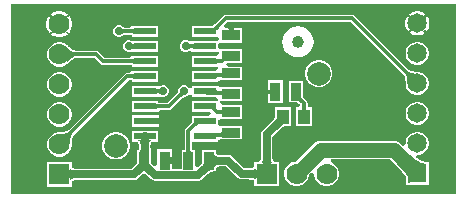
<source format=gtl>
G04*
G04 #@! TF.GenerationSoftware,Altium Limited,Altium Designer,24.9.1 (31)*
G04*
G04 Layer_Physical_Order=1*
G04 Layer_Color=255*
%FSLAX44Y44*%
%MOMM*%
G71*
G04*
G04 #@! TF.SameCoordinates,B5823E4F-61C2-4C15-8B31-12C9E9E13820*
G04*
G04*
G04 #@! TF.FilePolarity,Positive*
G04*
G01*
G75*
%ADD17R,1.1000X1.3000*%
%ADD18R,1.8796X0.6096*%
%ADD19R,1.5000X0.8500*%
%ADD20R,0.8500X1.5000*%
%ADD21C,0.5080*%
%ADD32C,0.4572*%
%ADD33C,0.3048*%
%ADD34C,0.6350*%
%ADD35C,1.2700*%
%ADD36R,1.6500X1.6500*%
%ADD37C,1.6500*%
%ADD38C,2.0000*%
%ADD39C,1.7780*%
%ADD40R,1.7780X1.7780*%
%ADD41R,1.7780X1.7780*%
%ADD42C,0.7000*%
G36*
X632410Y704009D02*
X256155D01*
X256156Y864690D01*
X632410D01*
Y704009D01*
D02*
G37*
%LPC*%
G36*
X601354Y858982D02*
X598646D01*
X596031Y858281D01*
X593687Y856928D01*
X593448Y856689D01*
X595084Y855053D01*
X593647Y853616D01*
X592011Y855252D01*
X591772Y855013D01*
X590419Y852669D01*
X589718Y850054D01*
Y847346D01*
X590419Y844731D01*
X591772Y842387D01*
X592011Y842148D01*
X593647Y843783D01*
X595084Y842347D01*
X593448Y840711D01*
X593687Y840472D01*
X596031Y839119D01*
X598646Y838418D01*
X601354D01*
X603969Y839119D01*
X606313Y840472D01*
X606552Y840711D01*
X604916Y842347D01*
X606353Y843783D01*
X607989Y842148D01*
X608228Y842387D01*
X609581Y844731D01*
X610282Y847346D01*
Y850054D01*
X609581Y852669D01*
X608228Y855013D01*
X607989Y855252D01*
X606353Y853616D01*
X604916Y855053D01*
X606552Y856689D01*
X606313Y856928D01*
X603969Y858281D01*
X601354Y858982D01*
D02*
G37*
G36*
X298438Y858772D02*
X295562D01*
X292784Y858028D01*
X290294Y856590D01*
X289995Y856292D01*
X291628Y854659D01*
X290191Y853222D01*
X288559Y854855D01*
X288260Y854556D01*
X286822Y852066D01*
X286078Y849288D01*
Y846412D01*
X286822Y843634D01*
X288260Y841144D01*
X288559Y840845D01*
X290191Y842478D01*
X291628Y841041D01*
X289995Y839409D01*
X290294Y839110D01*
X292784Y837672D01*
X295562Y836928D01*
X298438D01*
X301216Y837672D01*
X303706Y839110D01*
X304005Y839409D01*
X302372Y841041D01*
X303809Y842478D01*
X305441Y840845D01*
X305740Y841144D01*
X307178Y843634D01*
X307922Y846412D01*
Y849288D01*
X307178Y852066D01*
X305740Y854556D01*
X305441Y854855D01*
X303809Y853222D01*
X302372Y854659D01*
X304005Y856292D01*
X303706Y856590D01*
X301216Y858028D01*
X298438Y858772D01*
D02*
G37*
G36*
X348471Y847034D02*
X346473D01*
X344626Y846269D01*
X343213Y844856D01*
X342448Y843009D01*
Y841011D01*
X343213Y839164D01*
X344626Y837751D01*
X346473Y836986D01*
X348471D01*
X350318Y837751D01*
X350786Y838219D01*
X351058Y838317D01*
X351190Y838436D01*
X351270Y838495D01*
X351366Y838553D01*
X351482Y838608D01*
X351619Y838661D01*
X351783Y838708D01*
X351973Y838748D01*
X352191Y838779D01*
X352436Y838799D01*
X352750Y838807D01*
X352897Y838872D01*
X356994D01*
X357141Y838807D01*
X357669Y838793D01*
X358073Y838757D01*
X358388Y838705D01*
X358606Y838646D01*
X358667Y838622D01*
X358678Y838601D01*
Y837378D01*
X360233Y837283D01*
X360271Y837299D01*
X360405Y837292D01*
X360564Y837378D01*
X380522D01*
Y846522D01*
X361218D01*
X360568Y846522D01*
X360412Y846607D01*
X360273Y846600D01*
X360233Y846617D01*
X358678Y846522D01*
X356239Y845088D01*
X352927D01*
X352780Y845153D01*
X352467Y845161D01*
X352224Y845181D01*
X352009Y845212D01*
X351822Y845253D01*
X351662Y845300D01*
X351528Y845352D01*
X351417Y845407D01*
X351326Y845463D01*
X351249Y845522D01*
X351120Y845642D01*
X350839Y845748D01*
X350318Y846269D01*
X348471Y847034D01*
D02*
G37*
G36*
X357107Y834334D02*
X356350Y834334D01*
X355109D01*
X353262Y833569D01*
X351849Y832156D01*
X351084Y830309D01*
Y828311D01*
X351849Y826464D01*
X353262Y825051D01*
X355109Y824286D01*
X357107D01*
X358439Y824838D01*
X358678Y824678D01*
X360233Y824583D01*
X360271Y824599D01*
X360405Y824592D01*
X360564Y824678D01*
X380522D01*
Y833822D01*
X361218D01*
X360568Y833822D01*
X360412Y833907D01*
X360273Y833900D01*
X360233Y833917D01*
X358678Y833822D01*
X357961Y834056D01*
X357107Y834334D01*
D02*
G37*
G36*
X499000Y846194D02*
X495585Y845744D01*
X492403Y844426D01*
X489670Y842329D01*
X487574Y839597D01*
X486256Y836415D01*
X485806Y833000D01*
X486256Y829585D01*
X487574Y826403D01*
X489670Y823671D01*
X492403Y821574D01*
X495585Y820256D01*
X499000Y819806D01*
X502415Y820256D01*
X505597Y821574D01*
X508330Y823671D01*
X510426Y826403D01*
X511744Y829585D01*
X512194Y833000D01*
X511744Y836415D01*
X510426Y839597D01*
X508330Y842329D01*
X505597Y844426D01*
X502415Y845744D01*
X499000Y846194D01*
D02*
G37*
G36*
X601287Y833074D02*
X598713D01*
X596227Y832408D01*
X593999Y831121D01*
X592179Y829301D01*
X590892Y827073D01*
X590226Y824587D01*
Y822013D01*
X590892Y819527D01*
X592179Y817299D01*
X593999Y815479D01*
X596227Y814192D01*
X598713Y813526D01*
X601287D01*
X603773Y814192D01*
X606001Y815479D01*
X607821Y817299D01*
X609108Y819527D01*
X609774Y822013D01*
Y824587D01*
X609108Y827073D01*
X607821Y829301D01*
X606001Y831121D01*
X603773Y832408D01*
X601287Y833074D01*
D02*
G37*
G36*
X298371Y832864D02*
X295629D01*
X292980Y832154D01*
X290606Y830783D01*
X288667Y828844D01*
X287296Y826470D01*
X286586Y823821D01*
Y821079D01*
X287296Y818430D01*
X288667Y816056D01*
X290606Y814117D01*
X292980Y812746D01*
X295629Y812036D01*
X298371D01*
X301020Y812746D01*
X303394Y814117D01*
X304198Y814921D01*
X304484Y815030D01*
X306228Y816685D01*
X307001Y817327D01*
X307745Y817882D01*
X308442Y818339D01*
X309089Y818699D01*
X309680Y818965D01*
X310212Y819143D01*
X310681Y819242D01*
X311213Y819281D01*
X311335Y819342D01*
X327119D01*
X332109Y814352D01*
X333117Y813679D01*
X334306Y813442D01*
X356995D01*
X357142Y813377D01*
X357671Y813363D01*
X358078Y813328D01*
X358395Y813276D01*
X358616Y813218D01*
X358678Y813193D01*
Y811978D01*
X360233Y811883D01*
X360271Y811899D01*
X360409Y811892D01*
X360566Y811978D01*
X380522D01*
Y821122D01*
X361218D01*
X360565Y821122D01*
X360409Y821208D01*
X360272Y821201D01*
X360233Y821217D01*
X358678Y821122D01*
X356241Y819658D01*
X335593D01*
X330604Y824648D01*
X329595Y825321D01*
X328406Y825558D01*
X311335D01*
X311213Y825619D01*
X310681Y825658D01*
X310212Y825757D01*
X309680Y825935D01*
X309089Y826201D01*
X308442Y826561D01*
X307745Y827018D01*
X307017Y827561D01*
X305377Y828991D01*
X304506Y829848D01*
X304209Y829969D01*
X303394Y830783D01*
X301020Y832154D01*
X298371Y832864D01*
D02*
G37*
G36*
X360233Y808517D02*
X358678Y808422D01*
X356241Y806958D01*
X354600D01*
X353411Y806721D01*
X352402Y806047D01*
X304939Y758584D01*
X304809Y758541D01*
X304405Y758192D01*
X304004Y757930D01*
X303502Y757680D01*
X302895Y757450D01*
X302184Y757248D01*
X301368Y757078D01*
X300469Y756947D01*
X298298Y756798D01*
X297076Y756789D01*
X296781Y756664D01*
X295629D01*
X292980Y755954D01*
X290606Y754583D01*
X288667Y752644D01*
X287296Y750270D01*
X286586Y747621D01*
Y744879D01*
X287296Y742230D01*
X288667Y739856D01*
X290606Y737917D01*
X292980Y736546D01*
X295629Y735836D01*
X298371D01*
X301020Y736546D01*
X303394Y737917D01*
X305333Y739856D01*
X306704Y742230D01*
X307414Y744879D01*
Y746016D01*
X307539Y746295D01*
X307602Y748698D01*
X307694Y749700D01*
X307828Y750618D01*
X307998Y751434D01*
X308200Y752145D01*
X308430Y752752D01*
X308680Y753254D01*
X308942Y753655D01*
X309291Y754059D01*
X309334Y754189D01*
X355887Y800742D01*
X356995D01*
X357142Y800677D01*
X357671Y800663D01*
X358078Y800628D01*
X358395Y800576D01*
X358616Y800518D01*
X358678Y800493D01*
Y799278D01*
X360233Y799183D01*
X360271Y799199D01*
X360409Y799192D01*
X360566Y799278D01*
X380522D01*
Y808422D01*
X361218D01*
X360565Y808422D01*
X360409Y808508D01*
X360272Y808501D01*
X360233Y808517D01*
D02*
G37*
G36*
X385809Y796234D02*
X383811D01*
X382991Y795894D01*
X380522Y795722D01*
X378968Y795817D01*
X378927Y795800D01*
X378788Y795807D01*
X378632Y795722D01*
X358678D01*
Y786578D01*
X378636D01*
X378795Y786492D01*
X378929Y786499D01*
X378968Y786483D01*
X380522Y786578D01*
X383033Y786508D01*
X383811Y786186D01*
X385809D01*
X387656Y786951D01*
X389069Y788364D01*
X389834Y790211D01*
Y792209D01*
X389069Y794056D01*
X387656Y795469D01*
X385809Y796234D01*
D02*
G37*
G36*
X518153Y817720D02*
X515119D01*
X512188Y816935D01*
X509560Y815417D01*
X507415Y813272D01*
X505897Y810644D01*
X505112Y807713D01*
Y804679D01*
X505897Y801748D01*
X507415Y799120D01*
X509560Y796974D01*
X512188Y795457D01*
X515119Y794672D01*
X518153D01*
X521084Y795457D01*
X523712Y796974D01*
X525858Y799120D01*
X527375Y801748D01*
X528160Y804679D01*
Y807713D01*
X527375Y810644D01*
X525858Y813272D01*
X523712Y815417D01*
X521084Y816935D01*
X518153Y817720D01*
D02*
G37*
G36*
X545024Y855984D02*
X437676D01*
X436487Y855747D01*
X435479Y855073D01*
X428791Y848386D01*
X428645Y848332D01*
X427483Y847252D01*
X427034Y846894D01*
X426644Y846622D01*
X426469Y846522D01*
X425687D01*
X425457Y846617D01*
X425332Y846565D01*
X425200Y846597D01*
X425077Y846522D01*
X409478D01*
Y837378D01*
X430971D01*
X432215Y835600D01*
X430972Y833822D01*
X430774Y833822D01*
X411368D01*
X411212Y833907D01*
X411073Y833900D01*
X411032Y833917D01*
X409478Y833822D01*
X409060Y833678D01*
X406938Y833337D01*
X406706Y833569D01*
X404859Y834334D01*
X402861D01*
X401014Y833569D01*
X399601Y832156D01*
X398836Y830309D01*
Y828311D01*
X399601Y826464D01*
X401014Y825051D01*
X402861Y824286D01*
X404859D01*
X406706Y825051D01*
X406938Y825283D01*
X408317Y825102D01*
X409478Y824678D01*
X411032Y824583D01*
X411071Y824599D01*
X411205Y824592D01*
X411364Y824678D01*
X430936D01*
X431322Y824678D01*
X432233Y824284D01*
Y823288D01*
X429819Y821214D01*
X429767Y821217D01*
X429728Y821201D01*
X429591Y821208D01*
X429434Y821122D01*
X409478D01*
Y811978D01*
X429434D01*
X429591Y811892D01*
X429728Y811899D01*
X429767Y811883D01*
X431322Y811978D01*
X431494Y811903D01*
X431679Y810859D01*
X429767Y808517D01*
X429538Y808422D01*
X409478D01*
Y799278D01*
X431322D01*
Y799544D01*
X433476Y800476D01*
X435022Y800381D01*
X435063Y800397D01*
X435206Y800390D01*
X435364Y800476D01*
X451524D01*
Y812024D01*
X439565D01*
X438082Y814475D01*
X438087Y814564D01*
X439138Y815476D01*
X451524D01*
Y827024D01*
X433862D01*
X433476Y827024D01*
X431322Y827956D01*
Y829517D01*
X432260Y831669D01*
X432968Y832468D01*
X433357Y832468D01*
X452032Y832468D01*
Y845032D01*
X444296D01*
X444307Y844909D01*
X444383Y844447D01*
X444490Y844047D01*
X444579Y843829D01*
X445172D01*
X444996Y843638D01*
X444839Y843428D01*
X444822Y843401D01*
X444993Y843216D01*
X445221Y843062D01*
X445480Y842970D01*
X445770Y842939D01*
X444574D01*
X444478Y842687D01*
X444394Y842402D01*
X444329Y842099D01*
X444283Y841777D01*
X444255Y841437D01*
X444246Y841077D01*
X441198D01*
X441189Y841437D01*
X441161Y841777D01*
X441115Y842099D01*
X441050Y842402D01*
X440966Y842687D01*
X440870Y842939D01*
X439674D01*
X439964Y842970D01*
X440223Y843062D01*
X440451Y843216D01*
X440622Y843401D01*
X440605Y843428D01*
X440448Y843638D01*
X440272Y843829D01*
X440866D01*
X440954Y844047D01*
X441061Y844447D01*
X441137Y844909D01*
X441148Y845032D01*
X437546D01*
X436574Y847379D01*
X438963Y849768D01*
X543737D01*
X588400Y805105D01*
X588445Y804973D01*
X588777Y804591D01*
X589025Y804219D01*
X589260Y803760D01*
X589475Y803209D01*
X589666Y802566D01*
X589826Y801831D01*
X589949Y801024D01*
X590092Y799068D01*
X590101Y797968D01*
X590226Y797673D01*
Y796613D01*
X590892Y794127D01*
X592179Y791899D01*
X593999Y790079D01*
X596227Y788792D01*
X598713Y788126D01*
X601287D01*
X603773Y788792D01*
X606001Y790079D01*
X607821Y791899D01*
X609108Y794127D01*
X609774Y796613D01*
Y799187D01*
X609108Y801673D01*
X607821Y803901D01*
X606001Y805721D01*
X603773Y807008D01*
X601287Y807674D01*
X600242D01*
X599964Y807798D01*
X597793Y807860D01*
X596895Y807948D01*
X596069Y808074D01*
X595334Y808234D01*
X594691Y808425D01*
X594140Y808641D01*
X593681Y808875D01*
X593309Y809123D01*
X592927Y809455D01*
X592795Y809500D01*
X547221Y855073D01*
X546213Y855747D01*
X545024Y855984D01*
D02*
G37*
G36*
X486228Y800488D02*
X473664D01*
Y792530D01*
X473787Y792541D01*
X474249Y792617D01*
X474649Y792724D01*
X474987Y792861D01*
X475264Y793029D01*
X475480Y793227D01*
X475634Y793455D01*
X475726Y793714D01*
X475757Y794004D01*
Y787908D01*
X475726Y788198D01*
X475634Y788457D01*
X475480Y788685D01*
X475264Y788883D01*
X474987Y789051D01*
X474649Y789188D01*
X474249Y789295D01*
X473787Y789371D01*
X473664Y789382D01*
Y781424D01*
X486228D01*
Y800488D01*
D02*
G37*
G36*
X298371Y807464D02*
X295629D01*
X292980Y806754D01*
X290606Y805383D01*
X288667Y803444D01*
X287296Y801070D01*
X286586Y798421D01*
Y795679D01*
X287296Y793030D01*
X288667Y790656D01*
X290606Y788717D01*
X292980Y787346D01*
X295629Y786636D01*
X298371D01*
X301020Y787346D01*
X303394Y788717D01*
X305333Y790656D01*
X306704Y793030D01*
X307414Y795679D01*
Y798421D01*
X306704Y801070D01*
X305333Y803444D01*
X303394Y805383D01*
X301020Y806754D01*
X298371Y807464D01*
D02*
G37*
G36*
X403589Y796234D02*
X401591D01*
X399744Y795469D01*
X398331Y794056D01*
X397566Y792209D01*
Y791510D01*
X397442Y791242D01*
X397435Y791066D01*
X397421Y790968D01*
X397395Y790861D01*
X397354Y790742D01*
X397295Y790610D01*
X397214Y790462D01*
X397109Y790300D01*
X396978Y790125D01*
X396819Y789938D01*
X396603Y789711D01*
X396546Y789561D01*
X388543Y781558D01*
X382205D01*
X382058Y781623D01*
X381529Y781637D01*
X381123Y781672D01*
X380805Y781724D01*
X380584Y781782D01*
X380522Y781807D01*
Y783022D01*
X378968Y783117D01*
X378928Y783101D01*
X378791Y783108D01*
X378634Y783022D01*
X358678D01*
Y773878D01*
X377982D01*
X378634Y773878D01*
X378791Y773792D01*
X378928Y773799D01*
X378968Y773783D01*
X380522Y773878D01*
X382959Y775342D01*
X389830D01*
X391019Y775579D01*
X392027Y776253D01*
X400941Y785166D01*
X401091Y785223D01*
X401318Y785439D01*
X401505Y785598D01*
X401680Y785729D01*
X401842Y785834D01*
X401990Y785915D01*
X402122Y785974D01*
X402241Y786015D01*
X402348Y786041D01*
X402446Y786055D01*
X402622Y786062D01*
X402890Y786186D01*
X403589D01*
X405436Y786951D01*
X406849Y788364D01*
X406938Y788579D01*
X409478Y788073D01*
Y786578D01*
X429538D01*
X429767Y786483D01*
X431694Y784149D01*
X431523Y783109D01*
X431322Y783022D01*
X431027Y783022D01*
X431026Y783022D01*
X430306Y783022D01*
X429002Y783022D01*
X409478D01*
Y773878D01*
X424426D01*
X425285Y772862D01*
X424107Y770322D01*
X409478D01*
Y767376D01*
X409434Y767305D01*
X409466Y767171D01*
X409413Y767043D01*
X409478Y766887D01*
Y766015D01*
X409394Y765869D01*
X409131Y765494D01*
X408260Y764468D01*
X407691Y763879D01*
X407631Y763725D01*
X404053Y760147D01*
X403379Y759139D01*
X403142Y757950D01*
Y743207D01*
X403077Y743061D01*
X403063Y742533D01*
X403027Y742128D01*
X402975Y741814D01*
X402916Y741596D01*
X402892Y741535D01*
X402871Y741524D01*
X400476D01*
Y725092D01*
X392532D01*
Y729965D01*
X392096Y729848D01*
X391590Y729642D01*
X391175Y729391D01*
X390853Y729094D01*
X390623Y728751D01*
X390485Y728362D01*
X390439Y727928D01*
Y737072D01*
X390485Y736638D01*
X390623Y736249D01*
X390853Y735906D01*
X391175Y735609D01*
X391590Y735358D01*
X392096Y735152D01*
X392532Y735035D01*
Y742032D01*
X379968D01*
Y728487D01*
X377428Y727490D01*
X376398Y728600D01*
X375580Y729624D01*
X374938Y730548D01*
X374524Y731274D01*
Y733813D01*
X374618Y734062D01*
X374563Y734184D01*
X374591Y734314D01*
X374524Y734417D01*
Y738984D01*
X374524Y739740D01*
X374619Y739969D01*
X374524Y741524D01*
X374243D01*
X374030Y744802D01*
X374115Y745772D01*
X374250Y746587D01*
X374425Y747239D01*
X374622Y747723D01*
X374817Y748044D01*
X374985Y748226D01*
X375128Y748322D01*
X375289Y748379D01*
X375699Y748422D01*
X375801Y748478D01*
X380522D01*
Y757622D01*
X370701D01*
X369600Y757841D01*
X369302D01*
X368201Y757622D01*
X358678D01*
Y748478D01*
X362550D01*
X362651Y748422D01*
X363061Y748379D01*
X363222Y748322D01*
X363365Y748226D01*
X363534Y748044D01*
X363728Y747724D01*
X363925Y747239D01*
X364100Y746587D01*
X364235Y745772D01*
X364317Y744840D01*
X364224Y743231D01*
X364134Y742511D01*
X364025Y741936D01*
X363913Y741538D01*
X363907Y741524D01*
X362976Y741524D01*
X362881Y739969D01*
X362929Y739854D01*
X362922Y739604D01*
X362976Y739527D01*
Y733786D01*
X362906Y733675D01*
X362938Y733530D01*
X362881Y733391D01*
X362976Y733162D01*
Y731237D01*
X362917Y731108D01*
X362466Y730363D01*
X361847Y729504D01*
X360023Y727383D01*
X358856Y726178D01*
X358825Y726100D01*
X358366Y725641D01*
X312327D01*
X312253Y725674D01*
X311091Y725704D01*
X310120Y725790D01*
X309305Y725925D01*
X308653Y726100D01*
X308168Y726297D01*
X307848Y726491D01*
X307666Y726660D01*
X307570Y726803D01*
X307513Y726964D01*
X307470Y727374D01*
X307414Y727476D01*
Y731264D01*
X286586D01*
Y710436D01*
X307414D01*
Y714224D01*
X307470Y714326D01*
X307513Y714736D01*
X307570Y714897D01*
X307666Y715040D01*
X307848Y715209D01*
X308168Y715403D01*
X308653Y715600D01*
X309305Y715775D01*
X310120Y715910D01*
X311091Y715995D01*
X312253Y716026D01*
X312327Y716059D01*
X360350D01*
X362183Y716424D01*
X363738Y717462D01*
X365583Y719308D01*
X365657Y719336D01*
X368008Y721534D01*
X368592Y722012D01*
X369336Y721507D01*
X370982Y720158D01*
X371830Y719348D01*
X371906Y719318D01*
X374311Y716913D01*
X375866Y715875D01*
X377699Y715510D01*
X414801D01*
X416634Y715875D01*
X418189Y716913D01*
X420594Y719318D01*
X420670Y719348D01*
X421534Y720173D01*
X422350Y720880D01*
X423144Y721494D01*
X423915Y722017D01*
X424659Y722450D01*
X425376Y722795D01*
X426064Y723056D01*
X426724Y723238D01*
X427357Y723344D01*
X428063Y723383D01*
X428063Y723384D01*
X428254Y723476D01*
X429524Y723476D01*
X429618Y724976D01*
X429610Y724999D01*
X429617Y725124D01*
X430853Y727275D01*
X431415Y727425D01*
X432230Y727560D01*
X433201Y727646D01*
X434363Y727676D01*
X434437Y727709D01*
X438220D01*
X448017Y717912D01*
X449572Y716874D01*
X451405Y716509D01*
X457173D01*
X457247Y716476D01*
X458409Y716446D01*
X459380Y716360D01*
X460195Y716225D01*
X460847Y716050D01*
X461331Y715853D01*
X461652Y715658D01*
X461834Y715490D01*
X461930Y715347D01*
X461987Y715186D01*
X462030Y714777D01*
X462086Y714675D01*
Y710886D01*
X482914D01*
Y731714D01*
X479126D01*
X479024Y731769D01*
X478614Y731813D01*
X478453Y731870D01*
X478310Y731966D01*
X478142Y732148D01*
X477947Y732468D01*
X477750Y732953D01*
X477575Y733605D01*
X477440Y734420D01*
X477354Y735391D01*
X477324Y736553D01*
X477291Y736627D01*
Y752725D01*
X481990Y757425D01*
X482063Y757452D01*
X484539Y759752D01*
X485573Y760581D01*
X486502Y761230D01*
X487140Y761596D01*
X489765D01*
X489921Y761531D01*
X490047Y761584D01*
X490180Y761552D01*
X490252Y761596D01*
X493434D01*
Y777644D01*
X479386D01*
Y772462D01*
X479342Y772390D01*
X479374Y772257D01*
X479321Y772131D01*
X479386Y771975D01*
Y769350D01*
X479020Y768712D01*
X478384Y767801D01*
X476487Y765563D01*
X475264Y764296D01*
X475233Y764219D01*
X469112Y758098D01*
X468074Y756543D01*
X467709Y754710D01*
Y736627D01*
X467676Y736553D01*
X467645Y735391D01*
X467560Y734420D01*
X467425Y733605D01*
X467250Y732953D01*
X467053Y732468D01*
X466858Y732148D01*
X466690Y731966D01*
X466547Y731870D01*
X466386Y731813D01*
X465976Y731769D01*
X465874Y731714D01*
X462086D01*
Y727925D01*
X462030Y727823D01*
X461987Y727414D01*
X461930Y727253D01*
X461834Y727110D01*
X461652Y726942D01*
X461332Y726747D01*
X460847Y726550D01*
X460195Y726375D01*
X459380Y726240D01*
X458409Y726154D01*
X457247Y726124D01*
X457173Y726091D01*
X453390D01*
X443593Y735888D01*
X442038Y736926D01*
X440205Y737291D01*
X434437D01*
X434363Y737324D01*
X433201Y737355D01*
X432230Y737440D01*
X431415Y737575D01*
X430763Y737750D01*
X430278Y737947D01*
X429958Y738141D01*
X429776Y738310D01*
X429680Y738453D01*
X429623Y738614D01*
X429580Y739024D01*
X429524Y739126D01*
Y741524D01*
X417976D01*
Y734373D01*
X417940Y734319D01*
X417968Y734187D01*
X417912Y734065D01*
X417976Y733896D01*
Y731888D01*
X417884Y731425D01*
Y731096D01*
X417574Y730556D01*
X416942Y729650D01*
X415063Y727429D01*
X414564Y726912D01*
X412024Y727935D01*
Y741524D01*
X409629D01*
X409608Y741535D01*
X409584Y741596D01*
X409525Y741814D01*
X409473Y742128D01*
X409437Y742533D01*
X409423Y743061D01*
X409358Y743207D01*
Y745988D01*
X409478Y748478D01*
X431322D01*
Y749265D01*
X431651Y749686D01*
X433476Y750476D01*
X435022Y750381D01*
X435090Y750409D01*
X435287Y750401D01*
X435410Y750476D01*
X451524D01*
Y762024D01*
X435280Y762024D01*
X433512Y762024D01*
X433476Y762024D01*
X431322Y762956D01*
X431322Y763703D01*
X431322Y763718D01*
Y767044D01*
X433476Y767976D01*
X433862Y767976D01*
X451524D01*
Y779524D01*
X435083D01*
X432685Y781736D01*
Y782634D01*
X433476Y782976D01*
X433790Y782976D01*
X433791Y782976D01*
X434076Y782976D01*
X435796Y782976D01*
X451524D01*
Y794524D01*
X435364D01*
X435206Y794610D01*
X435063Y794603D01*
X435022Y794619D01*
X433476Y794524D01*
X431322Y795456D01*
Y795722D01*
X409478D01*
Y794347D01*
X406938Y793841D01*
X406849Y794056D01*
X405436Y795469D01*
X403589Y796234D01*
D02*
G37*
G36*
X381030Y770830D02*
X358170D01*
Y760670D01*
X381030D01*
Y763369D01*
X380111Y763304D01*
X379699Y763220D01*
X379379Y763121D01*
X379150Y763007D01*
X379013Y762877D01*
X378968Y762732D01*
Y768767D01*
X379013Y768634D01*
X379150Y768515D01*
X379379Y768410D01*
X379699Y768318D01*
X380111Y768241D01*
X380613Y768178D01*
X381030Y768151D01*
Y770830D01*
D02*
G37*
G36*
X601287Y782274D02*
X598713D01*
X596227Y781608D01*
X593999Y780321D01*
X592179Y778501D01*
X590892Y776273D01*
X590226Y773787D01*
Y771213D01*
X590892Y768727D01*
X592179Y766499D01*
X593999Y764679D01*
X596227Y763392D01*
X598713Y762726D01*
X601287D01*
X603773Y763392D01*
X606001Y764679D01*
X607821Y766499D01*
X609108Y768727D01*
X609774Y771213D01*
Y773787D01*
X609108Y776273D01*
X607821Y778501D01*
X606001Y780321D01*
X603773Y781608D01*
X601287Y782274D01*
D02*
G37*
G36*
X503220Y799980D02*
X491672D01*
Y781932D01*
X497022D01*
X497093Y781888D01*
X497227Y781920D01*
X497355Y781867D01*
X497511Y781932D01*
X498383D01*
X498529Y781848D01*
X498904Y781585D01*
X499930Y780714D01*
X500479Y780184D01*
X500475Y779497D01*
X499853Y777644D01*
X497166D01*
Y761596D01*
X511214D01*
Y777644D01*
X507569D01*
X507548Y777655D01*
X507524Y777716D01*
X507465Y777934D01*
X507412Y778248D01*
X507377Y778653D01*
X507363Y779181D01*
X507298Y779327D01*
Y780962D01*
X507061Y782151D01*
X506387Y783159D01*
X505083Y784464D01*
X505029Y784610D01*
X503943Y785778D01*
X503580Y786230D01*
X503304Y786623D01*
X503220Y786769D01*
Y787641D01*
X503285Y787797D01*
X503232Y787925D01*
X503264Y788059D01*
X503220Y788130D01*
Y799980D01*
D02*
G37*
G36*
X298371Y782064D02*
X295629D01*
X292980Y781354D01*
X290606Y779983D01*
X288667Y778044D01*
X287296Y775670D01*
X286586Y773021D01*
Y770279D01*
X287296Y767630D01*
X288667Y765256D01*
X290606Y763317D01*
X292980Y761946D01*
X295629Y761236D01*
X298371D01*
X301020Y761946D01*
X303394Y763317D01*
X305333Y765256D01*
X306704Y767630D01*
X307414Y770279D01*
Y773021D01*
X306704Y775670D01*
X305333Y778044D01*
X303394Y779983D01*
X301020Y781354D01*
X298371Y782064D01*
D02*
G37*
G36*
X601287Y756874D02*
X598713D01*
X596227Y756208D01*
X593999Y754921D01*
X592179Y753101D01*
X590892Y750873D01*
X590226Y748387D01*
Y746298D01*
X589052Y745500D01*
X587773Y745159D01*
X585755Y747176D01*
X584110Y748438D01*
X582195Y749232D01*
X581167Y749367D01*
X580140Y749502D01*
X580139Y749502D01*
X518161D01*
X516105Y749232D01*
X514189Y748438D01*
X512545Y747176D01*
X512545Y747176D01*
X497082Y731714D01*
X496529D01*
X493880Y731004D01*
X491506Y729633D01*
X489567Y727694D01*
X488196Y725320D01*
X487486Y722671D01*
Y719929D01*
X488196Y717280D01*
X489567Y714906D01*
X491506Y712967D01*
X493880Y711596D01*
X496529Y710886D01*
X499271D01*
X501920Y711596D01*
X504294Y712967D01*
X506233Y714906D01*
X507604Y717280D01*
X508314Y719929D01*
Y720482D01*
X510346Y722514D01*
X512886Y721462D01*
Y719929D01*
X513596Y717280D01*
X514967Y714906D01*
X516906Y712967D01*
X519280Y711596D01*
X521929Y710886D01*
X524671D01*
X527320Y711596D01*
X529694Y712967D01*
X531633Y714906D01*
X533004Y717280D01*
X533714Y719929D01*
Y722671D01*
X533004Y725320D01*
X531633Y727694D01*
X529694Y729633D01*
X527320Y731004D01*
X527043Y731078D01*
X527377Y733618D01*
X576850D01*
X581554Y728915D01*
X581604Y728784D01*
X587192Y722899D01*
X589225Y720504D01*
X590226Y719179D01*
Y713710D01*
X590131Y713480D01*
X590226Y711926D01*
X591781Y711831D01*
X591832Y711852D01*
X591995Y711845D01*
X592613Y711926D01*
X609774D01*
Y729632D01*
X609866Y729821D01*
X609862Y729902D01*
X609869Y729920D01*
X609774Y731474D01*
X608507D01*
X608318Y731566D01*
X608318Y731566D01*
X608204Y731573D01*
X606904Y731650D01*
X605546Y731889D01*
X604137Y732292D01*
X602679Y732866D01*
X601170Y733614D01*
X599613Y734541D01*
X599259Y734786D01*
X600051Y737326D01*
X601287D01*
X603773Y737992D01*
X606001Y739279D01*
X607821Y741099D01*
X609108Y743327D01*
X609774Y745813D01*
Y748387D01*
X609108Y750873D01*
X607821Y753101D01*
X606001Y754921D01*
X603773Y756208D01*
X601287Y756874D01*
D02*
G37*
G36*
X346517Y756524D02*
X343483D01*
X340552Y755739D01*
X337924Y754221D01*
X335779Y752076D01*
X334261Y749448D01*
X333476Y746517D01*
Y743483D01*
X334261Y740552D01*
X335779Y737924D01*
X337924Y735779D01*
X340552Y734261D01*
X343483Y733476D01*
X346517D01*
X349448Y734261D01*
X352076Y735779D01*
X354221Y737924D01*
X355739Y740552D01*
X356524Y743483D01*
Y746517D01*
X355739Y749448D01*
X354221Y752076D01*
X352076Y754221D01*
X349448Y755739D01*
X346517Y756524D01*
D02*
G37*
%LPD*%
G36*
X350182Y844261D02*
X350390Y844102D01*
X350618Y843962D01*
X350864Y843840D01*
X351129Y843738D01*
X351413Y843653D01*
X351716Y843588D01*
X352037Y843541D01*
X352378Y843513D01*
X352737Y843504D01*
X352708Y840456D01*
X352349Y840447D01*
X352008Y840419D01*
X351686Y840373D01*
X351382Y840309D01*
X351097Y840227D01*
X350831Y840126D01*
X350583Y840006D01*
X350353Y839869D01*
X350143Y839713D01*
X349950Y839539D01*
X349992Y844438D01*
X350182Y844261D01*
D02*
G37*
G36*
X360233Y838932D02*
X360202Y839222D01*
X360111Y839481D01*
X359958Y839709D01*
X359745Y839908D01*
X359470Y840075D01*
X359135Y840212D01*
X358739Y840319D01*
X358282Y840395D01*
X357764Y840441D01*
X357184Y840456D01*
Y843504D01*
X357764Y843519D01*
X358282Y843562D01*
X358739Y843636D01*
X359135Y843738D01*
X359470Y843870D01*
X359745Y844031D01*
X359958Y844221D01*
X360111Y844441D01*
X360202Y844689D01*
X360233Y844967D01*
Y838932D01*
D02*
G37*
G36*
Y830914D02*
X360351Y830888D01*
X360673Y830841D01*
X361014Y830813D01*
X361373Y830804D01*
X361344Y827756D01*
X360985Y827747D01*
X360644Y827719D01*
X360322Y827673D01*
X360233Y827654D01*
Y826232D01*
X360202Y826522D01*
X360111Y826781D01*
X359958Y827009D01*
X359745Y827207D01*
X359470Y827375D01*
X359412Y827399D01*
X359219Y827307D01*
X358989Y827169D01*
X358779Y827013D01*
X358586Y826839D01*
X358593Y827643D01*
X358282Y827695D01*
X357764Y827741D01*
X357184Y827756D01*
Y830804D01*
X357764Y830819D01*
X358282Y830863D01*
X358621Y830917D01*
X358628Y831739D01*
X358818Y831561D01*
X359026Y831402D01*
X359254Y831262D01*
X359454Y831163D01*
X359470Y831170D01*
X359745Y831331D01*
X359958Y831521D01*
X360111Y831741D01*
X360202Y831989D01*
X360233Y832268D01*
Y830914D01*
D02*
G37*
G36*
X304255Y827780D02*
X305980Y826276D01*
X306798Y825666D01*
X307588Y825149D01*
X308347Y824726D01*
X309078Y824397D01*
X309779Y824162D01*
X310450Y824021D01*
X311092Y823974D01*
Y820926D01*
X310450Y820879D01*
X309779Y820738D01*
X309078Y820503D01*
X308347Y820174D01*
X307588Y819751D01*
X306798Y819234D01*
X305980Y818624D01*
X305132Y817919D01*
X303349Y816227D01*
Y828673D01*
X304255Y827780D01*
D02*
G37*
G36*
X360233Y813532D02*
X360202Y813816D01*
X360111Y814070D01*
X359958Y814294D01*
X359745Y814488D01*
X359470Y814652D01*
X359135Y814787D01*
X358739Y814892D01*
X358282Y814966D01*
X357764Y815011D01*
X357184Y815026D01*
Y818074D01*
X357764Y818089D01*
X358282Y818134D01*
X358739Y818208D01*
X359135Y818313D01*
X359470Y818447D01*
X359745Y818612D01*
X359958Y818806D01*
X360111Y819030D01*
X360202Y819284D01*
X360233Y819567D01*
Y813532D01*
D02*
G37*
G36*
Y800832D02*
X360202Y801116D01*
X360111Y801370D01*
X359958Y801594D01*
X359745Y801788D01*
X359470Y801953D01*
X359135Y802087D01*
X358739Y802191D01*
X358282Y802266D01*
X357764Y802311D01*
X357184Y802326D01*
Y805374D01*
X357764Y805389D01*
X358282Y805434D01*
X358739Y805508D01*
X359135Y805613D01*
X359470Y805747D01*
X359745Y805912D01*
X359958Y806106D01*
X360111Y806330D01*
X360202Y806584D01*
X360233Y806867D01*
Y800832D01*
D02*
G37*
G36*
X308043Y755137D02*
X307622Y754650D01*
X307246Y754075D01*
X306917Y753413D01*
X306633Y752664D01*
X306395Y751828D01*
X306202Y750905D01*
X306056Y749894D01*
X305955Y748796D01*
X305889Y746339D01*
X297089Y755139D01*
X298361Y755149D01*
X300644Y755306D01*
X301655Y755452D01*
X302578Y755645D01*
X303414Y755883D01*
X304163Y756167D01*
X304825Y756496D01*
X305400Y756871D01*
X305887Y757292D01*
X308043Y755137D01*
D02*
G37*
G36*
X378998Y793889D02*
X379089Y793641D01*
X379242Y793421D01*
X379455Y793231D01*
X379729Y793070D01*
X380065Y792938D01*
X380461Y792836D01*
X380648Y792806D01*
X380869Y792853D01*
X381153Y792938D01*
X381418Y793040D01*
X381664Y793162D01*
X381892Y793302D01*
X382100Y793461D01*
X382290Y793639D01*
X382332Y788739D01*
X382139Y788913D01*
X381929Y789069D01*
X381699Y789206D01*
X381451Y789326D01*
X381185Y789427D01*
X380900Y789509D01*
X380681Y789556D01*
X380461Y789519D01*
X380065Y789412D01*
X379729Y789275D01*
X379455Y789108D01*
X379242Y788909D01*
X379089Y788681D01*
X378998Y788422D01*
X378968Y788132D01*
Y794167D01*
X378998Y793889D01*
D02*
G37*
G36*
X431923Y844967D02*
X431319Y844342D01*
X430371Y843222D01*
X430026Y842726D01*
X429767Y842273D01*
X429595Y841864D01*
X429509Y841497D01*
Y841174D01*
X429595Y840894D01*
X429767Y840657D01*
X425457Y844967D01*
X425694Y844795D01*
X425974Y844709D01*
X426297D01*
X426664Y844795D01*
X427073Y844967D01*
X427526Y845226D01*
X428022Y845571D01*
X428560Y846002D01*
X429767Y847123D01*
X431923Y844967D01*
D02*
G37*
G36*
X411032Y826232D02*
X411002Y826522D01*
X410910Y826781D01*
X410758Y827009D01*
X410545Y827207D01*
X410271Y827375D01*
X409935Y827512D01*
X409539Y827619D01*
X409082Y827695D01*
X408610Y827737D01*
X408396Y827719D01*
X408074Y827673D01*
X407770Y827609D01*
X407485Y827527D01*
X407219Y827426D01*
X406971Y827307D01*
X406741Y827169D01*
X406531Y827013D01*
X406338Y826839D01*
X406380Y831738D01*
X406570Y831561D01*
X406778Y831402D01*
X407006Y831262D01*
X407252Y831140D01*
X407517Y831038D01*
X407801Y830954D01*
X408103Y830888D01*
X408425Y830841D01*
X408632Y830824D01*
X409082Y830863D01*
X409539Y830936D01*
X409935Y831038D01*
X410271Y831170D01*
X410545Y831331D01*
X410758Y831521D01*
X410910Y831741D01*
X411002Y831989D01*
X411032Y832267D01*
Y826232D01*
D02*
G37*
G36*
X429798Y819284D02*
X429889Y819030D01*
X430042Y818806D01*
X430255Y818612D01*
X430530Y818447D01*
X430865Y818313D01*
X431261Y818208D01*
X431718Y818134D01*
X432236Y818089D01*
X432816Y818074D01*
Y815026D01*
X432236Y815011D01*
X431718Y814966D01*
X431261Y814892D01*
X430865Y814787D01*
X430530Y814652D01*
X430255Y814488D01*
X430042Y814294D01*
X429889Y814070D01*
X429798Y813816D01*
X429767Y813532D01*
Y819567D01*
X429798Y819284D01*
D02*
G37*
G36*
X435031Y802030D02*
X435000Y802315D01*
X434909Y802569D01*
X434756Y802793D01*
X434543Y802988D01*
X434268Y803152D01*
X433933Y803287D01*
X433537Y803391D01*
X433080Y803466D01*
X432562Y803511D01*
X432403Y803515D01*
X432236Y803511D01*
X431718Y803465D01*
X431261Y803389D01*
X430865Y803282D01*
X430530Y803145D01*
X430255Y802977D01*
X430042Y802779D01*
X429889Y802551D01*
X429798Y802291D01*
X429767Y802002D01*
Y806868D01*
X429798Y806812D01*
X429889Y806762D01*
X430042Y806718D01*
X430255Y806680D01*
X430530Y806647D01*
X431261Y806600D01*
X432311Y806582D01*
X432566Y806589D01*
X433088Y806635D01*
X433549Y806711D01*
X433949Y806818D01*
X434287Y806955D01*
X434565Y807123D01*
X434781Y807321D01*
X434935Y807549D01*
X435029Y807808D01*
X435061Y808098D01*
X435031Y802030D01*
D02*
G37*
G36*
X592307Y807809D02*
X592846Y807450D01*
X593462Y807135D01*
X594154Y806863D01*
X594923Y806635D01*
X595769Y806451D01*
X596691Y806310D01*
X597690Y806213D01*
X599917Y806150D01*
X591750Y797982D01*
X591740Y799135D01*
X591590Y801209D01*
X591449Y802131D01*
X591265Y802977D01*
X591037Y803746D01*
X590765Y804438D01*
X590450Y805054D01*
X590091Y805593D01*
X589689Y806056D01*
X591844Y808211D01*
X592307Y807809D01*
D02*
G37*
G36*
X429798Y792708D02*
X429889Y792449D01*
X430042Y792221D01*
X430255Y792023D01*
X430530Y791855D01*
X430865Y791718D01*
X431261Y791611D01*
X431718Y791535D01*
X432236Y791489D01*
X432403Y791485D01*
X432562Y791489D01*
X433080Y791534D01*
X433537Y791609D01*
X433933Y791713D01*
X434268Y791848D01*
X434543Y792012D01*
X434756Y792207D01*
X434909Y792431D01*
X435000Y792685D01*
X435031Y792970D01*
X435061Y786902D01*
X435029Y787191D01*
X434935Y787451D01*
X434781Y787679D01*
X434565Y787877D01*
X434287Y788045D01*
X433949Y788182D01*
X433549Y788289D01*
X433088Y788365D01*
X432566Y788411D01*
X432196Y788420D01*
X430042Y788282D01*
X429889Y788238D01*
X429798Y788188D01*
X429767Y788132D01*
Y792998D01*
X429798Y792708D01*
D02*
G37*
G36*
X402555Y787710D02*
X402296Y787700D01*
X402036Y787663D01*
X401776Y787599D01*
X401517Y787510D01*
X401257Y787394D01*
X400997Y787252D01*
X400736Y787083D01*
X400476Y786888D01*
X400215Y786667D01*
X399955Y786420D01*
X397799Y788575D01*
X398047Y788835D01*
X398268Y789096D01*
X398463Y789356D01*
X398632Y789617D01*
X398774Y789877D01*
X398890Y790137D01*
X398979Y790396D01*
X399043Y790656D01*
X399080Y790916D01*
X399090Y791175D01*
X402555Y787710D01*
D02*
G37*
G36*
X378998Y781184D02*
X379089Y780930D01*
X379242Y780706D01*
X379455Y780512D01*
X379729Y780347D01*
X380065Y780213D01*
X380461Y780108D01*
X380918Y780034D01*
X381436Y779989D01*
X382015Y779974D01*
Y776926D01*
X381436Y776911D01*
X380918Y776866D01*
X380461Y776792D01*
X380065Y776687D01*
X379729Y776553D01*
X379455Y776388D01*
X379242Y776194D01*
X379089Y775970D01*
X378998Y775716D01*
X378968Y775432D01*
Y781468D01*
X378998Y781184D01*
D02*
G37*
G36*
X429616Y777672D02*
X429561Y777527D01*
X429573Y777338D01*
X429650Y777107D01*
X429794Y776834D01*
X430004Y776518D01*
X430280Y776159D01*
X431031Y775314D01*
X431506Y774828D01*
X429350Y772672D01*
X428735Y773276D01*
X426758Y774970D01*
X426386Y775213D01*
X426062Y775384D01*
X425786Y775482D01*
X425559Y775509D01*
X425381Y775463D01*
X429737Y777775D01*
X429616Y777672D01*
D02*
G37*
G36*
X435061Y770702D02*
X435030Y770992D01*
X434938Y771251D01*
X434784Y771479D01*
X434568Y771677D01*
X434291Y771845D01*
X433953Y771982D01*
X433553Y772089D01*
X433091Y772165D01*
X432567Y772211D01*
X431982Y772226D01*
Y775274D01*
X432567Y775289D01*
X433091Y775335D01*
X433553Y775411D01*
X433953Y775518D01*
X434291Y775655D01*
X434568Y775823D01*
X434784Y776021D01*
X434938Y776249D01*
X435030Y776508D01*
X435061Y776798D01*
Y770702D01*
D02*
G37*
G36*
X489921Y763181D02*
X489430Y763537D01*
X488848Y763714D01*
X488176Y763711D01*
X487414Y763528D01*
X486561Y763166D01*
X485618Y762624D01*
X484584Y761902D01*
X483460Y761001D01*
X480941Y758660D01*
X476450Y763150D01*
X477711Y764455D01*
X479692Y766794D01*
X480414Y767828D01*
X480956Y768771D01*
X481318Y769624D01*
X481501Y770386D01*
X481504Y771058D01*
X481327Y771640D01*
X480971Y772131D01*
X489921Y763181D01*
D02*
G37*
G36*
X415343Y762763D02*
X415109Y762932D01*
X414831Y763015D01*
X414509Y763012D01*
X414143Y762923D01*
X413734Y762748D01*
X413281Y762486D01*
X412785Y762138D01*
X412244Y761704D01*
X411032Y760577D01*
X408877Y762732D01*
X409484Y763360D01*
X410438Y764485D01*
X410786Y764981D01*
X411048Y765434D01*
X411223Y765843D01*
X411312Y766209D01*
X411315Y766531D01*
X411232Y766809D01*
X411063Y767043D01*
X415343Y762763D01*
D02*
G37*
G36*
X435031Y752030D02*
X435000Y752224D01*
X434909Y752398D01*
X434756Y752550D01*
X434543Y752683D01*
X434268Y752795D01*
X433933Y752887D01*
X433537Y752958D01*
X433080Y753009D01*
X432328Y753037D01*
X432236Y753035D01*
X431718Y752989D01*
X431261Y752913D01*
X430865Y752806D01*
X430530Y752669D01*
X430255Y752501D01*
X430042Y752303D01*
X429889Y752075D01*
X429798Y751815D01*
X429767Y751526D01*
Y756067D01*
X429798Y756073D01*
X429889Y756078D01*
X431982Y756092D01*
Y756098D01*
X432566Y756113D01*
X433088Y756159D01*
X433549Y756235D01*
X433949Y756342D01*
X434287Y756479D01*
X434564Y756647D01*
X434780Y756845D01*
X434935Y757073D01*
X435029Y757332D01*
X435061Y757622D01*
X435031Y752030D01*
D02*
G37*
G36*
X407789Y742438D02*
X407835Y741920D01*
X407911Y741463D01*
X408018Y741067D01*
X408155Y740732D01*
X408323Y740457D01*
X408521Y740244D01*
X408749Y740091D01*
X409008Y740000D01*
X409298Y739969D01*
X403202D01*
X403492Y740000D01*
X403751Y740091D01*
X403979Y740244D01*
X404177Y740457D01*
X404345Y740732D01*
X404482Y741067D01*
X404589Y741463D01*
X404665Y741920D01*
X404711Y742438D01*
X404726Y743018D01*
X407774D01*
X407789Y742438D01*
D02*
G37*
G36*
X374922Y749999D02*
X374382Y749808D01*
X373906Y749489D01*
X373493Y749042D01*
X373144Y748468D01*
X372858Y747766D01*
X372636Y746936D01*
X372477Y745979D01*
X372382Y744895D01*
X372379Y744770D01*
X372654Y740541D01*
X372747Y740223D01*
X372852Y740033D01*
X372970Y739969D01*
X364530D01*
X364810Y740033D01*
X365060Y740223D01*
X365280Y740541D01*
X365471Y740985D01*
X365633Y741557D01*
X365765Y742255D01*
X365868Y743081D01*
X365970Y744842D01*
X365968Y744895D01*
X365873Y745979D01*
X365714Y746936D01*
X365492Y747766D01*
X365206Y748468D01*
X364857Y749042D01*
X364444Y749489D01*
X363968Y749808D01*
X363428Y749999D01*
X362825Y750063D01*
X375525D01*
X374922Y749999D01*
D02*
G37*
G36*
X475707Y735297D02*
X475802Y734213D01*
X475961Y733255D01*
X476183Y732426D01*
X476469Y731724D01*
X476818Y731150D01*
X477231Y730703D01*
X477707Y730384D01*
X478247Y730193D01*
X478850Y730129D01*
X466150D01*
X466753Y730193D01*
X467293Y730384D01*
X467769Y730703D01*
X468182Y731150D01*
X468531Y731724D01*
X468817Y732426D01*
X469039Y733255D01*
X469198Y734213D01*
X469293Y735297D01*
X469325Y736509D01*
X475675D01*
X475707Y735297D01*
D02*
G37*
G36*
X372623Y733504D02*
X372453Y732911D01*
X372460Y732230D01*
X372644Y731463D01*
X373004Y730608D01*
X373542Y729667D01*
X374256Y728638D01*
X375147Y727523D01*
X377460Y725031D01*
X372970Y720540D01*
X372077Y721394D01*
X370324Y722830D01*
X369464Y723414D01*
X368615Y723908D01*
X368455Y723985D01*
X367982Y723643D01*
X366921Y722776D01*
X364530Y720540D01*
X360040Y725031D01*
X361242Y726271D01*
X363143Y728482D01*
X363843Y729453D01*
X364376Y730333D01*
X364741Y731125D01*
X364939Y731826D01*
X364970Y732438D01*
X364834Y732960D01*
X364530Y733391D01*
X368581Y729341D01*
X372970Y734011D01*
X372623Y733504D01*
D02*
G37*
G36*
X428003Y738247D02*
X428194Y737707D01*
X428513Y737231D01*
X428960Y736818D01*
X429534Y736469D01*
X430236Y736183D01*
X431065Y735961D01*
X432023Y735802D01*
X433107Y735707D01*
X434319Y735675D01*
Y729325D01*
X433107Y729293D01*
X432023Y729198D01*
X431065Y729039D01*
X430236Y728817D01*
X429534Y728531D01*
X428960Y728182D01*
X428513Y727769D01*
X428194Y727293D01*
X428003Y726753D01*
X427939Y726150D01*
Y738850D01*
X428003Y738247D01*
D02*
G37*
G36*
X427970Y725031D02*
X427174Y724986D01*
X426368Y724851D01*
X425551Y724626D01*
X424724Y724312D01*
X423885Y723908D01*
X423036Y723414D01*
X422176Y722830D01*
X421305Y722157D01*
X420423Y721394D01*
X419530Y720540D01*
X415040Y725031D01*
X416287Y726322D01*
X418252Y728643D01*
X418969Y729672D01*
X419509Y730614D01*
X419873Y731468D01*
X420060Y732235D01*
X420070Y732915D01*
X419904Y733506D01*
X419561Y734011D01*
X427970Y725031D01*
D02*
G37*
G36*
X463671Y714950D02*
X463607Y715553D01*
X463416Y716093D01*
X463097Y716569D01*
X462650Y716982D01*
X462076Y717331D01*
X461374Y717617D01*
X460545Y717839D01*
X459587Y717998D01*
X458503Y718093D01*
X457290Y718125D01*
Y724475D01*
X458503Y724507D01*
X459587Y724602D01*
X460545Y724761D01*
X461374Y724983D01*
X462076Y725269D01*
X462650Y725618D01*
X463097Y726031D01*
X463416Y726507D01*
X463607Y727047D01*
X463671Y727650D01*
Y714950D01*
D02*
G37*
G36*
X305893Y726597D02*
X306084Y726057D01*
X306403Y725581D01*
X306850Y725168D01*
X307424Y724819D01*
X308126Y724533D01*
X308955Y724311D01*
X309912Y724152D01*
X310997Y724057D01*
X312209Y724025D01*
Y717675D01*
X310997Y717643D01*
X309912Y717548D01*
X308955Y717389D01*
X308126Y717167D01*
X307424Y716881D01*
X306850Y716532D01*
X306403Y716119D01*
X306084Y715643D01*
X305893Y715103D01*
X305829Y714500D01*
Y727200D01*
X305893Y726597D01*
D02*
G37*
G36*
X501466Y787563D02*
X501382Y787285D01*
X501386Y786963D01*
X501475Y786597D01*
X501650Y786188D01*
X501912Y785735D01*
X502260Y785239D01*
X502694Y784698D01*
X503821Y783486D01*
X501665Y781331D01*
X501038Y781938D01*
X499913Y782892D01*
X499417Y783240D01*
X498964Y783502D01*
X498555Y783677D01*
X498189Y783766D01*
X497867Y783770D01*
X497589Y783686D01*
X497355Y783517D01*
X501635Y787797D01*
X501466Y787563D01*
D02*
G37*
G36*
X505729Y778558D02*
X505775Y778040D01*
X505851Y777583D01*
X505958Y777187D01*
X506095Y776852D01*
X506263Y776577D01*
X506461Y776364D01*
X506689Y776211D01*
X506948Y776120D01*
X507238Y776089D01*
X501142D01*
X501432Y776120D01*
X501691Y776211D01*
X501919Y776364D01*
X502117Y776577D01*
X502285Y776852D01*
X502422Y777187D01*
X502529Y777583D01*
X502605Y778040D01*
X502651Y778558D01*
X502666Y779137D01*
X505714D01*
X505729Y778558D01*
D02*
G37*
G36*
X593561Y737194D02*
X597032Y734320D01*
X598721Y733152D01*
X600380Y732165D01*
X602009Y731356D01*
X603607Y730728D01*
X605175Y730279D01*
X606712Y730009D01*
X608219Y729920D01*
X593990Y715690D01*
X594105Y714960D01*
X593808Y714138D01*
X593033Y713645D01*
X591781Y713481D01*
X593990Y715690D01*
X593924Y716111D01*
X593265Y717590D01*
X592128Y719398D01*
X590513Y721536D01*
X588420Y724001D01*
X582800Y729920D01*
X591781Y738900D01*
X593561Y737194D01*
D02*
G37*
D17*
X486410Y769620D02*
D03*
X504190D02*
D03*
D18*
X369600Y816550D02*
D03*
Y841950D02*
D03*
Y803850D02*
D03*
Y829250D02*
D03*
Y753050D02*
D03*
Y765750D02*
D03*
Y791150D02*
D03*
X420400Y829250D02*
D03*
X369600Y778450D02*
D03*
X420400Y841950D02*
D03*
Y753050D02*
D03*
Y816550D02*
D03*
Y765750D02*
D03*
Y791150D02*
D03*
Y778450D02*
D03*
Y803850D02*
D03*
D19*
X442500Y773750D02*
D03*
Y756250D02*
D03*
Y806250D02*
D03*
Y788750D02*
D03*
Y838750D02*
D03*
Y821250D02*
D03*
D20*
X386250Y732500D02*
D03*
X368750D02*
D03*
X406250D02*
D03*
X423750D02*
D03*
X479946Y790956D02*
D03*
X497446Y790956D02*
D03*
D21*
X501540Y833000D02*
G03*
X501540Y833000I-2540J0D01*
G01*
D32*
X386250Y732500D02*
X396976D01*
X369630Y765780D02*
X386050D01*
X386080Y765810D01*
X369600Y765750D02*
X369630Y765780D01*
D33*
X426750Y841950D02*
X437676Y852876D01*
X545024D01*
X600000Y797900D01*
X420400Y841950D02*
X426750D01*
X389830Y778450D02*
X402590Y791210D01*
X369600Y778450D02*
X389830D01*
X420370Y829280D02*
X420400Y829250D01*
X403890Y829280D02*
X420370D01*
X403860Y829310D02*
X403890Y829280D01*
X369630Y791180D02*
X384780D01*
X369600Y791150D02*
X369630Y791180D01*
X384780D02*
X384810Y791210D01*
X468630Y790956D02*
X479946D01*
X479946Y790956D01*
X497446Y787706D02*
X504190Y780962D01*
Y769620D02*
Y780962D01*
X497446Y787706D02*
Y790956D01*
X442722Y838972D02*
Y846328D01*
X442500Y838750D02*
X442722Y838972D01*
X347472Y842010D02*
X347502Y841980D01*
X369570D01*
X356138Y829280D02*
X369570D01*
X369600Y829250D01*
X356108Y829310D02*
X356138Y829280D01*
X369570Y841980D02*
X369600Y841950D01*
X334306Y816550D02*
X369600D01*
X297000Y822450D02*
X328406D01*
X334306Y816550D01*
X297000Y746250D02*
X354600Y803850D01*
X420400Y753050D02*
X421924Y754574D01*
X440824D01*
X442500Y756250D01*
X420400Y803850D02*
X421600Y805050D01*
X441300D01*
X442500Y806250D01*
X354600Y803850D02*
X369600D01*
X420400Y816550D02*
X434550D01*
X439250Y821250D01*
X442500D01*
X420400Y778450D02*
X426750D01*
X428274Y776926D01*
Y775904D02*
Y776926D01*
Y775904D02*
X430428Y773750D01*
X442500D01*
X420400Y791150D02*
X421600Y789950D01*
X441300D01*
X442500Y788750D01*
X406250Y732500D02*
Y757950D01*
X414050Y765750D01*
X420400D01*
D34*
X472500Y721300D02*
Y754710D01*
X486410Y768620D01*
Y769620D01*
X360350Y720850D02*
X368750Y729250D01*
Y732500D02*
X369175Y732925D01*
X368750Y729250D02*
X377699Y720301D01*
X423750Y731425D02*
X424825Y732500D01*
X440205D01*
X451405Y721300D01*
X377699Y720301D02*
X414801D01*
X297000Y720850D02*
X360350D01*
X414801Y720301D02*
X422675Y728175D01*
Y731425D01*
X423750Y732500D01*
X369175Y732925D02*
Y752923D01*
X369302Y753050D01*
X369600D01*
X451405Y721300D02*
X472500D01*
D35*
X497900D02*
X518161Y741561D01*
X580140D02*
X600000Y721700D01*
X518161Y741561D02*
X580140D01*
D36*
X600000Y721700D02*
D03*
D37*
Y747100D02*
D03*
Y772500D02*
D03*
Y797900D02*
D03*
Y823300D02*
D03*
Y848700D02*
D03*
D38*
X345000Y745000D02*
D03*
X516636Y806196D02*
D03*
D39*
X297000Y847850D02*
D03*
Y822450D02*
D03*
Y746250D02*
D03*
Y771650D02*
D03*
Y797050D02*
D03*
X523300Y721300D02*
D03*
X497900D02*
D03*
D40*
X297000Y720850D02*
D03*
D41*
X472500Y721300D02*
D03*
D42*
X396976Y732500D02*
D03*
X386080Y765810D02*
D03*
X402590Y791210D02*
D03*
X403860Y829310D02*
D03*
X384810Y791210D02*
D03*
X442722Y846328D02*
D03*
X468630Y790956D02*
D03*
X347472Y842010D02*
D03*
X356108Y829310D02*
D03*
M02*

</source>
